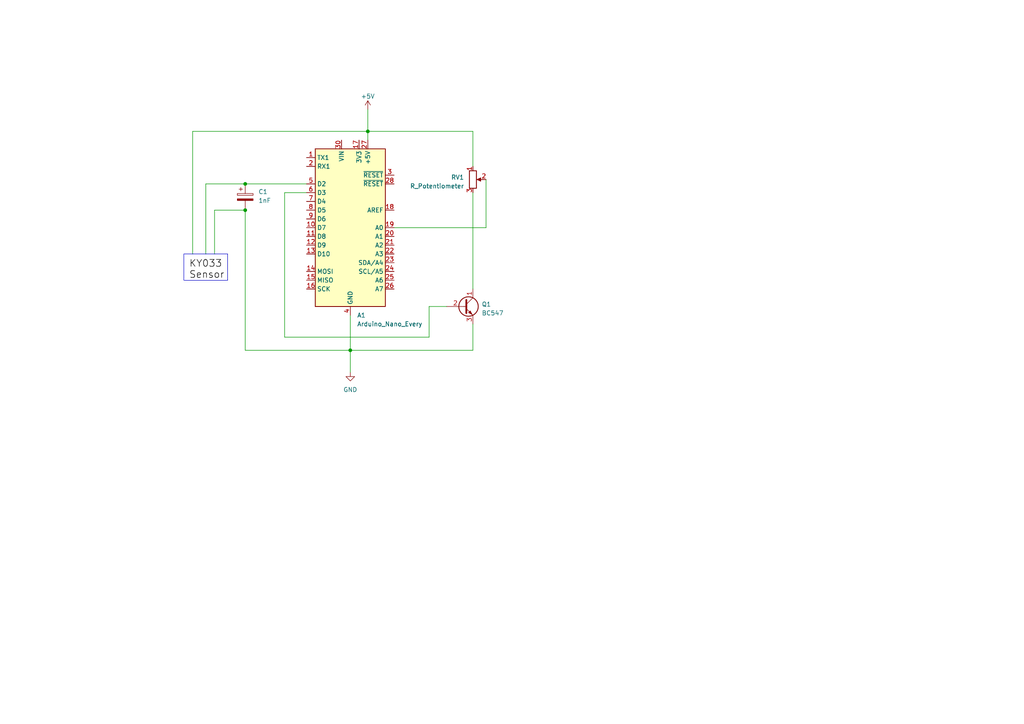
<source format=kicad_sch>
(kicad_sch (version 20230121) (generator eeschema)
  (paper "A4")
  (lib_symbols
    (symbol "Device:C_Polarized" (pin_numbers hide) (pin_names (offset 0.254))
      (property "Reference" "C" (at 0.635 2.54 0))
      (property "Value" "C_Polarized" (at 0.635 -2.54 0))
      (symbol "C_Polarized_0_1"
        (rectangle (start -2.286 0.508) (end 2.286 1.016))
        (polyline (pts (xy -1.778 2.286) (xy -0.762 2.286)))
        (polyline (pts (xy -1.27 2.794) (xy -1.27 1.778)))
        (rectangle (start 2.286 -0.508) (end -2.286 -1.016) (fill (type outline)))
      )
      (symbol "C_Polarized_1_1"
        (pin passive line (at 0 3.81 270) (length 2.794) (name "~") (number "1"))
        (pin passive line (at 0 -3.81 90) (length 2.794) (name "~") (number "2"))
      )
    )
    (symbol "Device:R_Potentiometer" (pin_names (offset 1.016) hide)
      (property "Reference" "RV" (at -4.445 0 90))
      (property "Value" "R_Potentiometer" (at -2.54 0 90))
      (symbol "R_Potentiometer_0_1"
        (polyline (pts (xy 2.54 0) (xy 1.524 0)))
        (polyline (pts (xy 1.143 0) (xy 2.286 0.508) (xy 2.286 -0.508) (xy 1.143 0)) (fill (type outline)))
        (rectangle (start 1.016 2.54) (end -1.016 -2.54) (stroke (width 0.254)))
      )
      (symbol "R_Potentiometer_1_1"
        (pin passive line (at 0 3.81 270) (length 1.27) (name "1") (number "1"))
        (pin passive line (at 3.81 0 180) (length 1.27) (name "2") (number "2"))
        (pin passive line (at 0 -3.81 90) (length 1.27) (name "3") (number "3"))
      )
    )
    (symbol "MCU_Module:Arduino_Nano_Every"
      (property "Reference" "A" (at -10.16 23.495 0))
      (property "Value" "Arduino_Nano_Every" (at 5.08 -24.13 0))
      (symbol "Arduino_Nano_Every_0_1"
        (rectangle (start -10.16 22.86) (end 10.16 -22.86) (stroke (width 0.254)) (fill (type background)))
      )
      (symbol "Arduino_Nano_Every_1_1"
        (pin bidirectional line (at -12.7 20.32 0) (length 2.54) (name "TX1") (number "1"))
        (pin bidirectional line (at -12.7 0 0) (length 2.54) (name "D7") (number "10"))
        (pin bidirectional line (at -12.7 -2.54 0) (length 2.54) (name "D8") (number "11"))
        (pin bidirectional line (at -12.7 -5.08 0) (length 2.54) (name "D9") (number "12"))
        (pin bidirectional line (at -12.7 -7.62 0) (length 2.54) (name "D10") (number "13"))
        (pin bidirectional line (at -12.7 -12.7 0) (length 2.54) (name "MOSI") (number "14"))
        (pin bidirectional line (at -12.7 -15.24 0) (length 2.54) (name "MISO") (number "15"))
        (pin bidirectional line (at -12.7 -17.78 0) (length 2.54) (name "SCK") (number "16"))
        (pin power_out line (at 2.54 25.4 270) (length 2.54) (name "3V3") (number "17"))
        (pin input line (at 12.7 5.08 180) (length 2.54) (name "AREF") (number "18"))
        (pin bidirectional line (at 12.7 0 180) (length 2.54) (name "A0") (number "19"))
        (pin bidirectional line (at -12.7 17.78 0) (length 2.54) (name "RX1") (number "2"))
        (pin bidirectional line (at 12.7 -2.54 180) (length 2.54) (name "A1") (number "20"))
        (pin bidirectional line (at 12.7 -5.08 180) (length 2.54) (name "A2") (number "21"))
        (pin bidirectional line (at 12.7 -7.62 180) (length 2.54) (name "A3") (number "22"))
        (pin bidirectional line (at 12.7 -10.16 180) (length 2.54) (name "SDA/A4") (number "23"))
        (pin bidirectional line (at 12.7 -12.7 180) (length 2.54) (name "SCL/A5") (number "24"))
        (pin bidirectional line (at 12.7 -15.24 180) (length 2.54) (name "A6") (number "25"))
        (pin bidirectional line (at 12.7 -17.78 180) (length 2.54) (name "A7") (number "26"))
        (pin power_out line (at 5.08 25.4 270) (length 2.54) (name "+5V") (number "27"))
        (pin input line (at 12.7 12.7 180) (length 2.54) (name "~{RESET}") (number "28"))
        (pin passive line (at 0 -25.4 90) (length 2.54) hide (name "GND") (number "29"))
        (pin input line (at 12.7 15.24 180) (length 2.54) (name "~{RESET}") (number "3"))
        (pin power_in line (at -2.54 25.4 270) (length 2.54) (name "VIN") (number "30"))
        (pin power_in line (at 0 -25.4 90) (length 2.54) (name "GND") (number "4"))
        (pin bidirectional line (at -12.7 12.7 0) (length 2.54) (name "D2") (number "5"))
        (pin bidirectional line (at -12.7 10.16 0) (length 2.54) (name "D3") (number "6"))
        (pin bidirectional line (at -12.7 7.62 0) (length 2.54) (name "D4") (number "7"))
        (pin bidirectional line (at -12.7 5.08 0) (length 2.54) (name "D5") (number "8"))
        (pin bidirectional line (at -12.7 2.54 0) (length 2.54) (name "D6") (number "9"))
      )
    )
    (symbol "Transistor_BJT:BC547" (pin_names (offset 0) hide)
      (property "Reference" "Q" (at 5.08 1.905 0))
      (property "Value" "BC547" (at 5.08 0 0))
      (symbol "BC547_0_1"
        (polyline (pts (xy 0 0) (xy 0.635 0)))
        (polyline (pts (xy 0.635 0.635) (xy 2.54 2.54)))
        (polyline (pts (xy 0.635 -0.635) (xy 2.54 -2.54) (xy 2.54 -2.54)))
        (polyline (pts (xy 0.635 1.905) (xy 0.635 -1.905) (xy 0.635 -1.905)) (stroke (width 0.508)))
        (polyline (pts (xy 1.27 -1.778) (xy 1.778 -1.27) (xy 2.286 -2.286) (xy 1.27 -1.778) (xy 1.27 -1.778)) (fill (type outline)))
        (circle (center 1.27 0) (radius 2.8194) (stroke (width 0.254)))
      )
      (symbol "BC547_1_1"
        (pin passive line (at 2.54 5.08 270) (length 2.54) (name "C") (number "1"))
        (pin input line (at -5.08 0 0) (length 5.08) (name "B") (number "2"))
        (pin passive line (at 2.54 -5.08 90) (length 2.54) (name "E") (number "3"))
      )
    )
    (symbol "power:+5V" (power) (pin_names (offset 0))
      (property "Value" "+5V" (at 0 3.556 0))
      (symbol "+5V_0_1"
        (polyline (pts (xy -0.762 1.27) (xy 0 2.54)))
        (polyline (pts (xy 0 0) (xy 0 2.54)))
        (polyline (pts (xy 0 2.54) (xy 0.762 1.27)))
      )
      (symbol "+5V_1_1"
        (pin power_in line (at 0 0 90) (length 0) hide (name "+5V") (number "1"))
      )
    )
    (symbol "power:GND" (power) (pin_names (offset 0))
      (property "Value" "GND" (at 0 -3.81 0))
      (symbol "GND_0_1"
        (polyline (pts (xy 0 0) (xy 0 -1.27) (xy 1.27 -1.27) (xy 0 -2.54) (xy -1.27 -1.27) (xy 0 -1.27)))
      )
      (symbol "GND_1_1"
        (pin power_in line (at 0 0 270) (length 0) hide (name "GND") (number "1"))
      )
    )
  )
  (junction (at 106.68 38.1))
  (junction (at 71.12 60.96))
  (junction (at 101.6 101.6))
  (junction (at 71.12 53.34))
  (wire (pts (xy 137.16 48.26) (xy 137.16 38.1)))
  (wire (pts (xy 124.46 88.9) (xy 129.54 88.9)))
  (wire (pts (xy 71.12 60.96) (xy 71.12 101.6)))
  (wire (pts (xy 101.6 101.6) (xy 137.16 101.6)))
  (wire (pts (xy 71.12 101.6) (xy 101.6 101.6)))
  (wire (pts (xy 137.16 93.98) (xy 137.16 101.6)))
  (wire (pts (xy 88.9 55.88) (xy 82.55 55.88)))
  (wire (pts (xy 106.68 31.75) (xy 106.68 38.1)))
  (wire (pts (xy 62.23 60.96) (xy 62.23 73.66)))
  (wire (pts (xy 88.9 53.34) (xy 71.12 53.34)))
  (wire (pts (xy 101.6 101.6) (xy 101.6 107.95)))
  (wire (pts (xy 106.68 38.1) (xy 106.68 40.64)))
  (wire (pts (xy 82.55 55.88) (xy 82.55 97.79)))
  (wire (pts (xy 137.16 38.1) (xy 106.68 38.1)))
  (wire (pts (xy 106.68 38.1) (xy 55.88 38.1)))
  (wire (pts (xy 137.16 55.88) (xy 137.16 83.82)))
  (wire (pts (xy 124.46 97.79) (xy 124.46 88.9)))
  (wire (pts (xy 82.55 97.79) (xy 124.46 97.79)))
  (wire (pts (xy 71.12 53.34) (xy 59.69 53.34)))
  (wire (pts (xy 59.69 53.34) (xy 59.69 73.66)))
  (wire (pts (xy 55.88 38.1) (xy 55.88 73.66)))
  (wire (pts (xy 101.6 91.44) (xy 101.6 101.6)))
  (wire (pts (xy 140.97 52.07) (xy 140.97 66.04)))
  (wire (pts (xy 140.97 66.04) (xy 114.3 66.04)))
  (wire (pts (xy 62.23 60.96) (xy 71.12 60.96)))
  (text_box "KY033 Sensor\n" (at 53.34 73.66 0) (size 12.7 7.62) (fill (type color) (color 255 255 255 1)) (effects (font (size 2 2)) (justify left top)))
  (symbol (lib_id "Device:R_Potentiometer") (at 137.16 52.07 0) (unit 1)
    (property "Reference" "RV1" (at 134.62 51.435 0) (effects (justify right)))
    (property "Value" "R_Potentiometer" (at 134.62 53.975 0) (effects (justify right)))
  )
  (symbol (lib_id "power:+5V") (at 106.68 31.75 0) (unit 1)
    (property "Reference" "#PWR02" (effects hide))
    (property "Value" "+5V" (at 106.68 27.94 0))
  )
  (symbol (lib_id "power:GND") (at 101.6 107.95 0) (unit 1)
    (property "Reference" "#PWR01" (effects hide))
    (property "Value" "GND" (at 101.6 113.03 0))
  )
  (symbol (lib_id "Device:C_Polarized") (at 71.12 57.15 0) (unit 1)
    (property "Reference" "C1" (at 74.93 55.626 0) (effects (justify left)))
    (property "Value" "1nF" (at 74.93 58.166 0) (effects (justify left)))
  )
  (symbol (lib_id "MCU_Module:Arduino_Nano_Every") (at 101.6 66.04 0) (unit 1)
    (property "Reference" "A1" (at 103.5559 91.44 0) (effects (justify left)))
    (property "Value" "Arduino_Nano_Every" (at 103.5559 93.98 0) (effects (justify left)))
    (property "Footprint" "Module:Arduino_Nano" (effects hide))
    (property "Datasheet" "https://content.arduino.cc/assets/NANOEveryV3.0_sch.pdf" (effects hide))
  )
  (symbol (lib_id "Transistor_BJT:BC547") (at 134.62 88.9 0) (unit 1)
    (property "Reference" "Q1" (at 139.7 88.265 0) (effects (justify left)))
    (property "Value" "BC547" (at 139.7 90.805 0) (effects (justify left)))
    (property "Footprint" "Package_TO_SOT_THT:TO-92_Inline" (effects hide))
    (property "Datasheet" "https://www.onsemi.com/pub/Collateral/BC550-D.pdf" (effects hide))
  )
)
</source>
